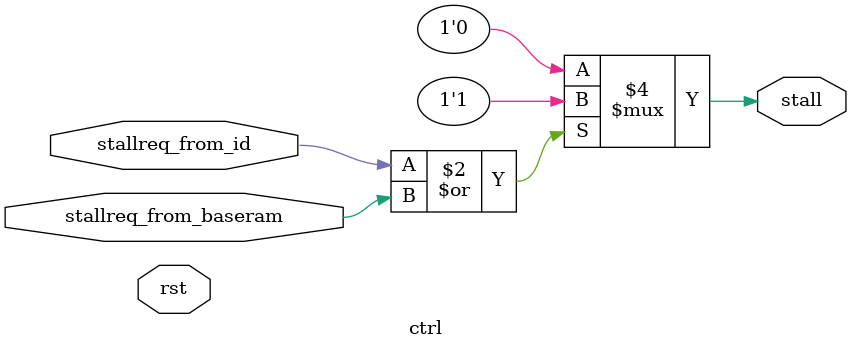
<source format=v>
`include "defines.v"

module ctrl(
	input wire					 rst,

    //À´×Ôid½×¶ÎµÄÔÝÍ£ÇëÇó
	input wire                   stallreq_from_id,

	//À´×ÔbaseramµÄÔÝÍ£ÇëÇó
	input wire 					 stallreq_from_baseram,

	output reg              	 stall
);

	always @(*) begin
        if(stallreq_from_id | stallreq_from_baseram )begin//| stall_from_mem
			stall = 1'b1;
		end else begin
			stall = 1'b0;
		end
    end

	// always @(negedge stallreq_from_baseram) begin
        // // ³¢ÊÔÑÓ³¤ÑÓ³ÙÐÅºÅ
        // stall = 1'b1;
	// end

endmodule
		
		
</source>
